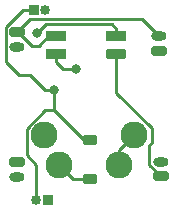
<source format=gbr>
%TF.GenerationSoftware,KiCad,Pcbnew,7.0.9*%
%TF.CreationDate,2023-12-15T15:14:35-05:00*%
%TF.ProjectId,amoebe_streamline,616d6f65-6265-45f7-9374-7265616d6c69,rev?*%
%TF.SameCoordinates,Original*%
%TF.FileFunction,Copper,L2,Bot*%
%TF.FilePolarity,Positive*%
%FSLAX46Y46*%
G04 Gerber Fmt 4.6, Leading zero omitted, Abs format (unit mm)*
G04 Created by KiCad (PCBNEW 7.0.9) date 2023-12-15 15:14:35*
%MOMM*%
%LPD*%
G01*
G04 APERTURE LIST*
G04 Aperture macros list*
%AMRoundRect*
0 Rectangle with rounded corners*
0 $1 Rounding radius*
0 $2 $3 $4 $5 $6 $7 $8 $9 X,Y pos of 4 corners*
0 Add a 4 corners polygon primitive as box body*
4,1,4,$2,$3,$4,$5,$6,$7,$8,$9,$2,$3,0*
0 Add four circle primitives for the rounded corners*
1,1,$1+$1,$2,$3*
1,1,$1+$1,$4,$5*
1,1,$1+$1,$6,$7*
1,1,$1+$1,$8,$9*
0 Add four rect primitives between the rounded corners*
20,1,$1+$1,$2,$3,$4,$5,0*
20,1,$1+$1,$4,$5,$6,$7,0*
20,1,$1+$1,$6,$7,$8,$9,0*
20,1,$1+$1,$8,$9,$2,$3,0*%
G04 Aperture macros list end*
%TA.AperFunction,ComponentPad*%
%ADD10R,0.850000X0.850000*%
%TD*%
%TA.AperFunction,ComponentPad*%
%ADD11O,0.850000X0.850000*%
%TD*%
%TA.AperFunction,ComponentPad*%
%ADD12C,2.286000*%
%TD*%
%TA.AperFunction,ComponentPad*%
%ADD13RoundRect,0.200000X0.450000X-0.200000X0.450000X0.200000X-0.450000X0.200000X-0.450000X-0.200000X0*%
%TD*%
%TA.AperFunction,ComponentPad*%
%ADD14O,1.300000X0.800000*%
%TD*%
%TA.AperFunction,ComponentPad*%
%ADD15RoundRect,0.200000X-0.450000X0.200000X-0.450000X-0.200000X0.450000X-0.200000X0.450000X0.200000X0*%
%TD*%
%TA.AperFunction,SMDPad,CuDef*%
%ADD16RoundRect,0.225000X0.375000X-0.225000X0.375000X0.225000X-0.375000X0.225000X-0.375000X-0.225000X0*%
%TD*%
%TA.AperFunction,SMDPad,CuDef*%
%ADD17R,1.700000X0.820000*%
%TD*%
%TA.AperFunction,SMDPad,CuDef*%
%ADD18RoundRect,0.205000X-0.645000X-0.205000X0.645000X-0.205000X0.645000X0.205000X-0.645000X0.205000X0*%
%TD*%
%TA.AperFunction,ViaPad*%
%ADD19C,0.800000*%
%TD*%
%TA.AperFunction,Conductor*%
%ADD20C,0.250000*%
%TD*%
G04 APERTURE END LIST*
D10*
%TO.P,J5,1,Pin_1*%
%TO.N,/VSS*%
X139623800Y-108356400D03*
D11*
%TO.P,J5,2,Pin_2*%
%TO.N,/C*%
X138623800Y-108356400D03*
%TD*%
D12*
%TO.P,S1,1*%
%TO.N,/R*%
X146964400Y-102895400D03*
X145694400Y-105435400D03*
%TO.P,S1,2*%
%TO.N,Net-(D1-A)*%
X140614400Y-105435400D03*
X139344400Y-102895400D03*
%TD*%
D13*
%TO.P,J3,1,Pin_1*%
%TO.N,/DOUT*%
X149072600Y-95707200D03*
D14*
%TO.P,J3,2,Pin_2*%
%TO.N,/VDD*%
X149072600Y-94457200D03*
%TD*%
D15*
%TO.P,J4,1,Pin_1*%
%TO.N,/R*%
X137007600Y-105150600D03*
D14*
%TO.P,J4,2,Pin_2*%
%TO.N,/VSS*%
X137007600Y-106400600D03*
%TD*%
D13*
%TO.P,J2,1,Pin_1*%
%TO.N,/VSS*%
X149201400Y-106365200D03*
D14*
%TO.P,J2,2,Pin_2*%
%TO.N,/R*%
X149201400Y-105115200D03*
%TD*%
D10*
%TO.P,J6,1,Pin_1*%
%TO.N,/C*%
X138430000Y-92278200D03*
D11*
%TO.P,J6,2,Pin_2*%
%TO.N,/VSS*%
X139430000Y-92278200D03*
%TD*%
D15*
%TO.P,J1,1,Pin_1*%
%TO.N,/VDD*%
X137033000Y-94152400D03*
D14*
%TO.P,J1,2,Pin_2*%
%TO.N,/DIN*%
X137033000Y-95402400D03*
%TD*%
D16*
%TO.P,D1,1,A*%
%TO.N,Net-(D1-A)*%
X143205200Y-106553000D03*
%TO.P,D1,2,K*%
%TO.N,/C*%
X143205200Y-103253000D03*
%TD*%
D17*
%TO.P,D2,1,VDD*%
%TO.N,/VDD*%
X140335000Y-94512000D03*
%TO.P,D2,2,DOUT*%
%TO.N,/DOUT*%
X140335000Y-96012000D03*
D18*
%TO.P,D2,3,VSS*%
%TO.N,/VSS*%
X145435000Y-96012000D03*
D17*
%TO.P,D2,4,DIN*%
%TO.N,/DIN*%
X145435000Y-94512000D03*
%TD*%
D19*
%TO.N,/C*%
X140182600Y-99009200D03*
%TO.N,/DOUT*%
X141986000Y-97282000D03*
%TO.N,/DIN*%
X138684000Y-94234000D03*
%TD*%
D20*
%TO.N,Net-(D1-A)*%
X143205200Y-106553000D02*
X141732000Y-106553000D01*
X141732000Y-106553000D02*
X140614400Y-105435400D01*
%TO.N,/C*%
X137160000Y-97790000D02*
X136058000Y-96688000D01*
X137845800Y-102317934D02*
X137845800Y-104590796D01*
X140182600Y-100733731D02*
X139430003Y-100733731D01*
X137514738Y-92278200D02*
X138430000Y-92278200D01*
X138145295Y-97790000D02*
X137160000Y-97790000D01*
X139430003Y-100733731D02*
X137845800Y-102317934D01*
X140182600Y-99009200D02*
X140182600Y-100733731D01*
X139364495Y-99009200D02*
X138145295Y-97790000D01*
X136058000Y-93734938D02*
X137514738Y-92278200D01*
X136058000Y-96688000D02*
X136058000Y-93734938D01*
X140182600Y-99009200D02*
X139364495Y-99009200D01*
X140182600Y-100733731D02*
X142879669Y-103430800D01*
X138623800Y-105368796D02*
X138623800Y-108356400D01*
X137845800Y-104590796D02*
X138623800Y-105368796D01*
%TO.N,/VDD*%
X138157200Y-93028200D02*
X147643600Y-93028200D01*
X137033000Y-94152400D02*
X137119895Y-94152400D01*
X137119895Y-94152400D02*
X138256695Y-95289200D01*
X138857305Y-95289200D02*
X139634505Y-94512000D01*
X138256695Y-95289200D02*
X138857305Y-95289200D01*
X139634505Y-94512000D02*
X140335000Y-94512000D01*
X147643600Y-93028200D02*
X149072600Y-94457200D01*
X137033000Y-94152400D02*
X138157200Y-93028200D01*
%TO.N,/DOUT*%
X140335000Y-96672000D02*
X140945000Y-97282000D01*
X140945000Y-97282000D02*
X141986000Y-97282000D01*
X140335000Y-96012000D02*
X140335000Y-96672000D01*
%TO.N,/VSS*%
X148432400Y-103503466D02*
X148432400Y-102287084D01*
X148218333Y-105407438D02*
X148218333Y-103717533D01*
X148432400Y-102287084D02*
X145435000Y-99289684D01*
X139598400Y-92278200D02*
X139527000Y-92349600D01*
X149176095Y-106365200D02*
X148218333Y-105407438D01*
X149201400Y-106365200D02*
X149176095Y-106365200D01*
X148218333Y-103717533D02*
X148432400Y-103503466D01*
X145435000Y-99289684D02*
X145435000Y-96012000D01*
%TO.N,/DIN*%
X139439800Y-93478200D02*
X145061200Y-93478200D01*
X138684000Y-94234000D02*
X139439800Y-93478200D01*
X145061200Y-93478200D02*
X145435000Y-93852000D01*
X145435000Y-93852000D02*
X145435000Y-94512000D01*
%TO.N,/R*%
X146964400Y-102895400D02*
X145694400Y-104165400D01*
X145694400Y-104165400D02*
X145694400Y-105435400D01*
%TD*%
M02*

</source>
